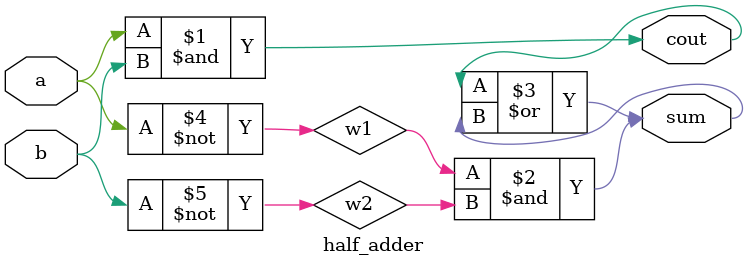
<source format=v>
module half_adder( 
input a, b,
output cout, sum );

wire w1, w2;

not n1(w1, a);
not n2(w2, b);

and a1(cout, a, b);
and a2(sum, w1, w2);
or o1(sum, cout, sum);

endmodule

</source>
